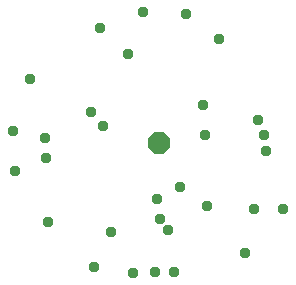
<source format=gbr>
G04 EAGLE Gerber RS-274X export*
G75*
%MOMM*%
%FSLAX34Y34*%
%LPD*%
%INSoldermask Bottom*%
%IPPOS*%
%AMOC8*
5,1,8,0,0,1.08239X$1,22.5*%
G01*
%ADD10P,1.951982X8X22.500000*%
%ADD11C,0.959600*%


D10*
X210820Y619760D03*
D11*
X115062Y623570D03*
X248158Y651652D03*
X218694Y545846D03*
X87376Y629666D03*
X155956Y515112D03*
X161544Y716788D03*
X212344Y555498D03*
X229108Y582168D03*
X117348Y552704D03*
X89408Y596392D03*
X101600Y673608D03*
X115824Y607060D03*
X251968Y566166D03*
X249936Y626110D03*
X197612Y730504D03*
X208026Y510540D03*
X209804Y572262D03*
X262128Y707898D03*
X283718Y526288D03*
X301752Y613156D03*
X163830Y633984D03*
X184658Y695198D03*
X189484Y510032D03*
X295402Y638810D03*
X291592Y563880D03*
X299974Y626110D03*
X316230Y563880D03*
X224028Y510286D03*
X233934Y728980D03*
X153416Y645668D03*
X170434Y544546D03*
M02*

</source>
